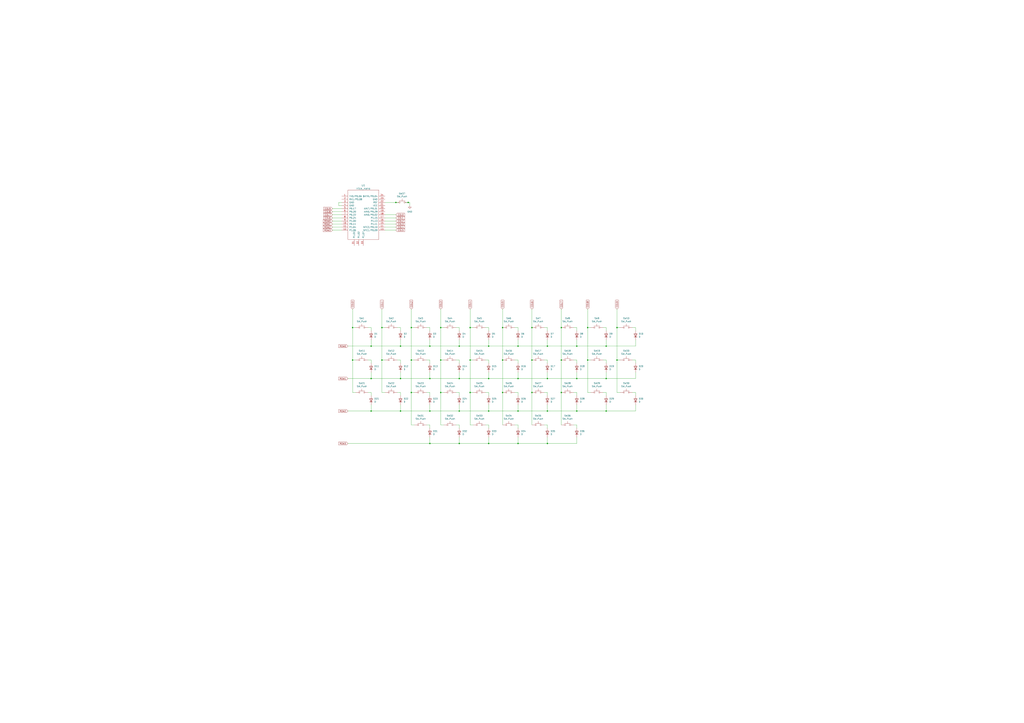
<source format=kicad_sch>
(kicad_sch (version 20231120) (generator "eeschema") (generator_version "8.0")
  (paper "A1")
  (lib_symbols
    (symbol "Device:D" (pin_numbers hide) (pin_names (offset 1.016) hide)
      (property "Reference" "D" (at 0 2.54 0))
      (property "Value" "D" (at 0 -2.54 0))
      (symbol "D_0_1"
        (polyline (pts (xy -1.27 1.27) (xy -1.27 -1.27)) (stroke (width 0.254)))
        (polyline (pts (xy 1.27 0) (xy -1.27 0)))
        (polyline (pts (xy 1.27 1.27) (xy 1.27 -1.27) (xy -1.27 0) (xy 1.27 1.27)) (stroke (width 0.254)))
      )
      (symbol "D_1_1"
        (pin passive line (at -3.81 0 0) (length 2.54) (name "K") (number "1"))
        (pin passive line (at 3.81 0 180) (length 2.54) (name "A") (number "2"))
      )
    )
    (symbol "Switch:SW_Push" (pin_numbers hide) (pin_names (offset 1.016) hide)
      (property "Reference" "SW" (at 1.27 2.54 0))
      (property "Value" "SW_Push" (at 0 -1.524 0))
      (symbol "SW_Push_0_1"
        (circle (center -2.032 0) (radius 0.508))
        (polyline (pts (xy 0 1.27) (xy 0 3.048)))
        (polyline (pts (xy 2.54 1.27) (xy -2.54 1.27)))
        (circle (center 2.032 0) (radius 0.508))
        (pin passive line (at -5.08 0 0) (length 2.54) (name "1") (number "1"))
        (pin passive line (at 5.08 0 180) (length 2.54) (name "2") (number "2"))
      )
    )
    (symbol "nice_nano:nice_nano" (pin_names (offset 1.016))
      (property "Reference" "U" (at 0 0 0))
      (property "Value" "nice_nano" (at 0 2.54 0))
      (symbol "nice_nano_0_1"
        (rectangle (start -12.7 -21.59) (end 12.7 19.05))
      )
      (symbol "nice_nano_1_1"
        (pin input line (at -17.78 13.97 0) (length 5.08) (name "TX0/P0.06") (number "1"))
        (pin input line (at -17.78 -8.89 0) (length 5.08) (name "P0.11") (number "10"))
        (pin input line (at -17.78 -11.43 0) (length 5.08) (name "P1.04") (number "11"))
        (pin input line (at -17.78 -13.97 0) (length 5.08) (name "P1.06") (number "12"))
        (pin input line (at 17.78 -13.97 180) (length 5.08) (name "NFC1/P0.09") (number "13"))
        (pin input line (at 17.78 -11.43 180) (length 5.08) (name "NFC2/P0.10") (number "14"))
        (pin input line (at 17.78 -8.89 180) (length 5.08) (name "P1.11") (number "15"))
        (pin input line (at 17.78 -6.35 180) (length 5.08) (name "P1.13") (number "16"))
        (pin input line (at 17.78 -3.81 180) (length 5.08) (name "P1.15") (number "17"))
        (pin input line (at 17.78 -1.27 180) (length 5.08) (name "AIN0/P0.02") (number "18"))
        (pin input line (at 17.78 1.27 180) (length 5.08) (name "AIN5/P0.29") (number "19"))
        (pin input line (at -17.78 11.43 0) (length 5.08) (name "RX1/P0.08") (number "2"))
        (pin input line (at 17.78 3.81 180) (length 5.08) (name "AIN7/P0.31") (number "20"))
        (pin input line (at 17.78 6.35 180) (length 5.08) (name "VCC") (number "21"))
        (pin input line (at 17.78 8.89 180) (length 5.08) (name "RST") (number "22"))
        (pin input line (at 17.78 11.43 180) (length 5.08) (name "GND") (number "23"))
        (pin input line (at 17.78 13.97 180) (length 5.08) (name "BATIN/P0.04") (number "24"))
        (pin input line (at -17.78 8.89 0) (length 5.08) (name "GND") (number "3"))
        (pin input line (at -7.62 -26.67 90) (length 5.08) (name "P1.01") (number "31"))
        (pin input line (at -3.81 -26.67 90) (length 5.08) (name "P1.02") (number "32"))
        (pin input line (at 0 -26.67 90) (length 5.08) (name "P1.07") (number "33"))
        (pin input line (at -17.78 6.35 0) (length 5.08) (name "GND") (number "4"))
        (pin input line (at -17.78 3.81 0) (length 5.08) (name "P0.17") (number "5"))
        (pin input line (at -17.78 1.27 0) (length 5.08) (name "P0.20") (number "6"))
        (pin input line (at -17.78 -1.27 0) (length 5.08) (name "P0.22") (number "7"))
        (pin input line (at -17.78 -3.81 0) (length 5.08) (name "P0.24") (number "8"))
        (pin input line (at -17.78 -6.35 0) (length 5.08) (name "P1.00") (number "9"))
      )
    )
    (symbol "power:GND" (power) (pin_numbers hide) (pin_names (offset 0) hide)
      (property "Value" "GND" (at 0 -3.81 0))
      (symbol "GND_0_1"
        (polyline (pts (xy 0 0) (xy 0 -1.27) (xy 1.27 -1.27) (xy 0 -2.54) (xy -1.27 -1.27) (xy 0 -1.27)))
      )
      (symbol "GND_1_1"
        (pin power_in line (at 0 0 270) (length 0) (name "~") (number "1"))
      )
    )
  )
  (junction (at 328.93 284.48))
  (junction (at 401.32 337.82))
  (junction (at 304.8 284.48))
  (junction (at 377.19 284.48))
  (junction (at 337.82 322.58))
  (junction (at 412.75 295.91))
  (junction (at 313.69 295.91))
  (junction (at 506.73 269.24))
  (junction (at 497.84 337.82))
  (junction (at 377.19 337.82))
  (junction (at 304.8 311.15))
  (junction (at 506.73 295.91))
  (junction (at 461.01 269.24))
  (junction (at 361.95 295.91))
  (junction (at 497.84 311.15))
  (junction (at 325.12 166.37))
  (junction (at 449.58 364.49))
  (junction (at 328.93 337.82))
  (junction (at 425.45 311.15))
  (junction (at 386.08 269.24))
  (junction (at 337.82 295.91))
  (junction (at 449.58 284.48))
  (junction (at 412.75 322.58))
  (junction (at 482.6 269.24))
  (junction (at 461.01 322.58))
  (junction (at 289.56 295.91))
  (junction (at 436.88 295.91))
  (junction (at 473.71 284.48))
  (junction (at 449.58 337.82))
  (junction (at 328.93 311.15))
  (junction (at 353.06 337.82))
  (junction (at 386.08 295.91))
  (junction (at 425.45 284.48))
  (junction (at 473.71 311.15))
  (junction (at 386.08 322.58))
  (junction (at 353.06 284.48))
  (junction (at 436.88 269.24))
  (junction (at 289.56 269.24))
  (junction (at 401.32 284.48))
  (junction (at 361.95 269.24))
  (junction (at 482.6 295.91))
  (junction (at 313.69 269.24))
  (junction (at 353.06 364.49))
  (junction (at 337.82 269.24))
  (junction (at 377.19 364.49))
  (junction (at 377.19 311.15))
  (junction (at 425.45 337.82))
  (junction (at 473.71 337.82))
  (junction (at 497.84 284.48))
  (junction (at 412.75 269.24))
  (junction (at 449.58 311.15))
  (junction (at 335.28 166.37))
  (junction (at 436.88 322.58))
  (junction (at 361.95 322.58))
  (junction (at 401.32 364.49))
  (junction (at 304.8 337.82))
  (junction (at 353.06 311.15))
  (junction (at 461.01 295.91))
  (junction (at 425.45 364.49))
  (junction (at 401.32 311.15))
  (wire (pts (xy 471.17 349.25) (xy 473.71 349.25)))
  (wire (pts (xy 425.45 295.91) (xy 425.45 298.45)))
  (wire (pts (xy 364.49 322.58) (xy 361.95 322.58)))
  (wire (pts (xy 425.45 332.74) (xy 425.45 337.82)))
  (wire (pts (xy 304.8 284.48) (xy 328.93 284.48)))
  (wire (pts (xy 313.69 295.91) (xy 313.69 322.58)))
  (wire (pts (xy 497.84 306.07) (xy 497.84 311.15)))
  (wire (pts (xy 328.93 337.82) (xy 353.06 337.82)))
  (wire (pts (xy 353.06 351.79) (xy 353.06 349.25)))
  (wire (pts (xy 377.19 311.15) (xy 401.32 311.15)))
  (wire (pts (xy 497.84 284.48) (xy 521.97 284.48)))
  (wire (pts (xy 386.08 322.58) (xy 386.08 349.25)))
  (wire (pts (xy 398.78 322.58) (xy 401.32 322.58)))
  (wire (pts (xy 506.73 295.91) (xy 506.73 322.58)))
  (wire (pts (xy 353.06 306.07) (xy 353.06 311.15)))
  (wire (pts (xy 401.32 351.79) (xy 401.32 349.25)))
  (wire (pts (xy 425.45 269.24) (xy 425.45 271.78)))
  (wire (pts (xy 377.19 332.74) (xy 377.19 337.82)))
  (wire (pts (xy 353.06 359.41) (xy 353.06 364.49)))
  (wire (pts (xy 521.97 311.15) (xy 521.97 306.07)))
  (wire (pts (xy 328.93 332.74) (xy 328.93 337.82)))
  (wire (pts (xy 473.71 306.07) (xy 473.71 311.15)))
  (wire (pts (xy 278.13 168.91) (xy 278.13 166.37)))
  (wire (pts (xy 447.04 349.25) (xy 449.58 349.25)))
  (wire (pts (xy 401.32 364.49) (xy 425.45 364.49)))
  (wire (pts (xy 473.71 311.15) (xy 497.84 311.15)))
  (wire (pts (xy 401.32 298.45) (xy 401.32 295.91)))
  (wire (pts (xy 473.71 279.4) (xy 473.71 284.48)))
  (wire (pts (xy 473.71 337.82) (xy 473.71 332.74)))
  (wire (pts (xy 482.6 295.91) (xy 482.6 322.58)))
  (wire (pts (xy 425.45 279.4) (xy 425.45 284.48)))
  (wire (pts (xy 340.36 322.58) (xy 337.82 322.58)))
  (wire (pts (xy 398.78 269.24) (xy 401.32 269.24)))
  (wire (pts (xy 497.84 332.74) (xy 497.84 337.82)))
  (wire (pts (xy 521.97 337.82) (xy 521.97 332.74)))
  (wire (pts (xy 425.45 306.07) (xy 425.45 311.15)))
  (wire (pts (xy 449.58 306.07) (xy 449.58 311.15)))
  (wire (pts (xy 473.71 284.48) (xy 497.84 284.48)))
  (wire (pts (xy 316.23 269.24) (xy 313.69 269.24)))
  (wire (pts (xy 336.55 166.37) (xy 336.55 168.91)))
  (wire (pts (xy 304.8 337.82) (xy 328.93 337.82)))
  (wire (pts (xy 401.32 279.4) (xy 401.32 284.48)))
  (wire (pts (xy 377.19 337.82) (xy 401.32 337.82)))
  (wire (pts (xy 364.49 349.25) (xy 361.95 349.25)))
  (wire (pts (xy 353.06 271.78) (xy 353.06 269.24)))
  (wire (pts (xy 304.8 325.12) (xy 304.8 322.58)))
  (wire (pts (xy 350.52 322.58) (xy 353.06 322.58)))
  (wire (pts (xy 449.58 295.91) (xy 449.58 298.45)))
  (wire (pts (xy 495.3 295.91) (xy 497.84 295.91)))
  (wire (pts (xy 388.62 349.25) (xy 386.08 349.25)))
  (wire (pts (xy 473.71 269.24) (xy 473.71 271.78)))
  (wire (pts (xy 326.39 295.91) (xy 328.93 295.91)))
  (wire (pts (xy 326.39 269.24) (xy 328.93 269.24)))
  (wire (pts (xy 388.62 295.91) (xy 386.08 295.91)))
  (wire (pts (xy 361.95 254) (xy 361.95 269.24)))
  (wire (pts (xy 482.6 254) (xy 482.6 269.24)))
  (wire (pts (xy 361.95 269.24) (xy 361.95 295.91)))
  (wire (pts (xy 506.73 254) (xy 506.73 269.24)))
  (wire (pts (xy 401.32 359.41) (xy 401.32 364.49)))
  (wire (pts (xy 364.49 269.24) (xy 361.95 269.24)))
  (wire (pts (xy 326.39 322.58) (xy 328.93 322.58)))
  (wire (pts (xy 273.05 184.15) (xy 280.67 184.15)))
  (wire (pts (xy 316.23 186.69) (xy 325.12 186.69)))
  (wire (pts (xy 353.06 311.15) (xy 377.19 311.15)))
  (wire (pts (xy 473.71 322.58) (xy 473.71 325.12)))
  (wire (pts (xy 377.19 351.79) (xy 377.19 349.25)))
  (wire (pts (xy 509.27 269.24) (xy 506.73 269.24)))
  (wire (pts (xy 506.73 295.91) (xy 509.27 295.91)))
  (wire (pts (xy 328.93 284.48) (xy 353.06 284.48)))
  (wire (pts (xy 497.84 322.58) (xy 497.84 325.12)))
  (wire (pts (xy 337.82 254) (xy 337.82 269.24)))
  (wire (pts (xy 377.19 271.78) (xy 377.19 269.24)))
  (wire (pts (xy 340.36 269.24) (xy 337.82 269.24)))
  (wire (pts (xy 285.75 311.15) (xy 304.8 311.15)))
  (wire (pts (xy 436.88 269.24) (xy 436.88 295.91)))
  (wire (pts (xy 374.65 349.25) (xy 377.19 349.25)))
  (wire (pts (xy 412.75 295.91) (xy 412.75 322.58)))
  (wire (pts (xy 519.43 295.91) (xy 521.97 295.91)))
  (wire (pts (xy 289.56 295.91) (xy 292.1 295.91)))
  (wire (pts (xy 497.84 295.91) (xy 497.84 298.45)))
  (wire (pts (xy 436.88 295.91) (xy 436.88 322.58)))
  (wire (pts (xy 482.6 322.58) (xy 485.14 322.58)))
  (wire (pts (xy 425.45 337.82) (xy 449.58 337.82)))
  (wire (pts (xy 398.78 349.25) (xy 401.32 349.25)))
  (wire (pts (xy 316.23 181.61) (xy 325.12 181.61)))
  (wire (pts (xy 273.05 189.23) (xy 280.67 189.23)))
  (wire (pts (xy 304.8 306.07) (xy 304.8 311.15)))
  (wire (pts (xy 447.04 322.58) (xy 449.58 322.58)))
  (wire (pts (xy 449.58 359.41) (xy 449.58 364.49)))
  (wire (pts (xy 337.82 322.58) (xy 337.82 349.25)))
  (wire (pts (xy 461.01 269.24) (xy 461.01 295.91)))
  (wire (pts (xy 471.17 295.91) (xy 473.71 295.91)))
  (wire (pts (xy 350.52 295.91) (xy 353.06 295.91)))
  (wire (pts (xy 337.82 269.24) (xy 337.82 295.91)))
  (wire (pts (xy 325.12 166.37) (xy 327.66 166.37)))
  (wire (pts (xy 289.56 269.24) (xy 289.56 295.91)))
  (wire (pts (xy 316.23 295.91) (xy 313.69 295.91)))
  (wire (pts (xy 316.23 189.23) (xy 325.12 189.23)))
  (wire (pts (xy 289.56 254) (xy 289.56 269.24)))
  (wire (pts (xy 398.78 295.91) (xy 401.32 295.91)))
  (wire (pts (xy 386.08 254) (xy 386.08 269.24)))
  (wire (pts (xy 273.05 186.69) (xy 280.67 186.69)))
  (wire (pts (xy 374.65 322.58) (xy 377.19 322.58)))
  (wire (pts (xy 425.45 322.58) (xy 425.45 325.12)))
  (wire (pts (xy 422.91 269.24) (xy 425.45 269.24)))
  (wire (pts (xy 328.93 279.4) (xy 328.93 284.48)))
  (wire (pts (xy 335.28 166.37) (xy 336.55 166.37)))
  (wire (pts (xy 353.06 279.4) (xy 353.06 284.48)))
  (wire (pts (xy 401.32 284.48) (xy 425.45 284.48)))
  (wire (pts (xy 436.88 254) (xy 436.88 269.24)))
  (wire (pts (xy 337.82 295.91) (xy 337.82 322.58)))
  (wire (pts (xy 497.84 337.82) (xy 521.97 337.82)))
  (wire (pts (xy 313.69 322.58) (xy 316.23 322.58)))
  (wire (pts (xy 401.32 337.82) (xy 425.45 337.82)))
  (wire (pts (xy 449.58 364.49) (xy 473.71 364.49)))
  (wire (pts (xy 377.19 359.41) (xy 377.19 364.49)))
  (wire (pts (xy 292.1 322.58) (xy 289.56 322.58)))
  (wire (pts (xy 302.26 269.24) (xy 304.8 269.24)))
  (wire (pts (xy 521.97 279.4) (xy 521.97 284.48)))
  (wire (pts (xy 401.32 332.74) (xy 401.32 337.82)))
  (wire (pts (xy 461.01 322.58) (xy 461.01 349.25)))
  (wire (pts (xy 461.01 254) (xy 461.01 269.24)))
  (wire (pts (xy 285.75 284.48) (xy 304.8 284.48)))
  (wire (pts (xy 436.88 322.58) (xy 436.88 349.25)))
  (wire (pts (xy 388.62 322.58) (xy 386.08 322.58)))
  (wire (pts (xy 412.75 269.24) (xy 412.75 295.91)))
  (wire (pts (xy 273.05 176.53) (xy 280.67 176.53)))
  (wire (pts (xy 273.05 179.07) (xy 280.67 179.07)))
  (wire (pts (xy 328.93 271.78) (xy 328.93 269.24)))
  (wire (pts (xy 473.71 295.91) (xy 473.71 298.45)))
  (wire (pts (xy 422.91 295.91) (xy 425.45 295.91)))
  (wire (pts (xy 353.06 284.48) (xy 377.19 284.48)))
  (wire (pts (xy 285.75 337.82) (xy 304.8 337.82)))
  (wire (pts (xy 388.62 269.24) (xy 386.08 269.24)))
  (wire (pts (xy 495.3 269.24) (xy 497.84 269.24)))
  (wire (pts (xy 471.17 322.58) (xy 473.71 322.58)))
  (wire (pts (xy 361.95 295.91) (xy 361.95 322.58)))
  (wire (pts (xy 364.49 295.91) (xy 361.95 295.91)))
  (wire (pts (xy 461.01 295.91) (xy 461.01 322.58)))
  (wire (pts (xy 340.36 295.91) (xy 337.82 295.91)))
  (wire (pts (xy 353.06 332.74) (xy 353.06 337.82)))
  (wire (pts (xy 353.06 325.12) (xy 353.06 322.58)))
  (wire (pts (xy 328.93 306.07) (xy 328.93 311.15)))
  (wire (pts (xy 425.45 311.15) (xy 449.58 311.15)))
  (wire (pts (xy 471.17 269.24) (xy 473.71 269.24)))
  (wire (pts (xy 519.43 322.58) (xy 521.97 322.58)))
  (wire (pts (xy 449.58 284.48) (xy 473.71 284.48)))
  (wire (pts (xy 425.45 351.79) (xy 425.45 349.25)))
  (wire (pts (xy 425.45 284.48) (xy 449.58 284.48)))
  (wire (pts (xy 449.58 279.4) (xy 449.58 284.48)))
  (wire (pts (xy 449.58 322.58) (xy 449.58 325.12)))
  (wire (pts (xy 340.36 349.25) (xy 337.82 349.25)))
  (wire (pts (xy 304.8 284.48) (xy 304.8 279.4)))
  (wire (pts (xy 412.75 322.58) (xy 412.75 349.25)))
  (wire (pts (xy 497.84 337.82) (xy 473.71 337.82)))
  (wire (pts (xy 447.04 295.91) (xy 449.58 295.91)))
  (wire (pts (xy 377.19 364.49) (xy 401.32 364.49)))
  (wire (pts (xy 401.32 325.12) (xy 401.32 322.58)))
  (wire (pts (xy 353.06 298.45) (xy 353.06 295.91)))
  (wire (pts (xy 273.05 171.45) (xy 280.67 171.45)))
  (wire (pts (xy 447.04 269.24) (xy 449.58 269.24)))
  (wire (pts (xy 497.84 311.15) (xy 521.97 311.15)))
  (wire (pts (xy 521.97 322.58) (xy 521.97 325.12)))
  (wire (pts (xy 425.45 364.49) (xy 449.58 364.49)))
  (wire (pts (xy 332.74 166.37) (xy 335.28 166.37)))
  (wire (pts (xy 374.65 295.91) (xy 377.19 295.91)))
  (wire (pts (xy 422.91 322.58) (xy 425.45 322.58)))
  (wire (pts (xy 302.26 322.58) (xy 304.8 322.58)))
  (wire (pts (xy 485.14 269.24) (xy 482.6 269.24)))
  (wire (pts (xy 449.58 332.74) (xy 449.58 337.82)))
  (wire (pts (xy 316.23 184.15) (xy 325.12 184.15)))
  (wire (pts (xy 273.05 173.99) (xy 280.67 173.99)))
  (wire (pts (xy 521.97 295.91) (xy 521.97 298.45)))
  (wire (pts (xy 506.73 269.24) (xy 506.73 295.91)))
  (wire (pts (xy 285.75 364.49) (xy 353.06 364.49)))
  (wire (pts (xy 289.56 269.24) (xy 292.1 269.24)))
  (wire (pts (xy 497.84 279.4) (xy 497.84 284.48)))
  (wire (pts (xy 313.69 254) (xy 313.69 269.24)))
  (wire (pts (xy 353.06 364.49) (xy 377.19 364.49)))
  (wire (pts (xy 482.6 269.24) (xy 482.6 295.91)))
  (wire (pts (xy 304.8 311.15) (xy 328.93 311.15)))
  (wire (pts (xy 278.13 166.37) (xy 280.67 166.37)))
  (wire (pts (xy 473.71 364.49) (xy 473.71 359.41)))
  (wire (pts (xy 377.19 279.4) (xy 377.19 284.48)))
  (wire (pts (xy 497.84 269.24) (xy 497.84 271.78)))
  (wire (pts (xy 449.58 351.79) (xy 449.58 349.25)))
  (wire (pts (xy 473.71 337.82) (xy 449.58 337.82)))
  (wire (pts (xy 304.8 332.74) (xy 304.8 337.82)))
  (wire (pts (xy 521.97 269.24) (xy 521.97 271.78)))
  (wire (pts (xy 412.75 254) (xy 412.75 269.24)))
  (wire (pts (xy 495.3 322.58) (xy 497.84 322.58)))
  (wire (pts (xy 401.32 271.78) (xy 401.32 269.24)))
  (wire (pts (xy 482.6 295.91) (xy 485.14 295.91)))
  (wire (pts (xy 377.19 298.45) (xy 377.19 295.91)))
  (wire (pts (xy 328.93 325.12) (xy 328.93 322.58)))
  (wire (pts (xy 377.19 306.07) (xy 377.19 311.15)))
  (wire (pts (xy 361.95 322.58) (xy 361.95 349.25)))
  (wire (pts (xy 316.23 179.07) (xy 325.12 179.07)))
  (wire (pts (xy 374.65 269.24) (xy 377.19 269.24)))
  (wire (pts (xy 401.32 306.07) (xy 401.32 311.15)))
  (wire (pts (xy 473.71 351.79) (xy 473.71 349.25)))
  (wire (pts (xy 422.91 349.25) (xy 425.45 349.25)))
  (wire (pts (xy 304.8 271.78) (xy 304.8 269.24)))
  (wire (pts (xy 386.08 269.24) (xy 386.08 295.91)))
  (wire (pts (xy 273.05 181.61) (xy 280.67 181.61)))
  (wire (pts (xy 386.08 295.91) (xy 386.08 322.58)))
  (wire (pts (xy 313.69 269.24) (xy 313.69 295.91)))
  (wire (pts (xy 506.73 322.58) (xy 509.27 322.58)))
  (wire (pts (xy 304.8 298.45) (xy 304.8 295.91)))
  (wire (pts (xy 401.32 311.15) (xy 425.45 311.15)))
  (wire (pts (xy 425.45 359.41) (xy 425.45 364.49)))
  (wire (pts (xy 280.67 168.91) (xy 278.13 168.91)))
  (wire (pts (xy 449.58 311.15) (xy 473.71 311.15)))
  (wire (pts (xy 289.56 295.91) (xy 289.56 322.58)))
  (wire (pts (xy 316.23 166.37) (xy 325.12 166.37)))
  (wire (pts (xy 302.26 295.91) (xy 304.8 295.91)))
  (wire (pts (xy 316.23 176.53) (xy 325.12 176.53)))
  (wire (pts (xy 353.06 337.82) (xy 377.19 337.82)))
  (wire (pts (xy 350.52 269.24) (xy 353.06 269.24)))
  (wire (pts (xy 350.52 349.25) (xy 353.06 349.25)))
  (wire (pts (xy 328.93 298.45) (xy 328.93 295.91)))
  (wire (pts (xy 328.93 311.15) (xy 353.06 311.15)))
  (wire (pts (xy 377.19 284.48) (xy 401.32 284.48)))
  (wire (pts (xy 519.43 269.24) (xy 521.97 269.24)))
  (wire (pts (xy 377.19 325.12) (xy 377.19 322.58)))
  (wire (pts (xy 449.58 269.24) (xy 449.58 271.78)))
  (global_label "COL6" (shape input) (at 436.88 254 90) (property "Intersheetrefs" "${INTERSHEET_REFS}" (effects (hide yes))))
  (global_label "ROW1" (shape input) (at 273.05 184.15 180) (property "Intersheetrefs" "${INTERSHEET_REFS}" (effects (hide yes))))
  (global_label "COL3" (shape input) (at 361.95 254 90) (property "Intersheetrefs" "${INTERSHEET_REFS}" (effects (hide yes))))
  (global_label "COL1" (shape input) (at 325.12 179.07 0) (property "Intersheetrefs" "${INTERSHEET_REFS}" (effects (hide yes))))
  (global_label "COL5" (shape input) (at 412.75 254 90) (property "Intersheetrefs" "${INTERSHEET_REFS}" (effects (hide yes))))
  (global_label "COL9" (shape input) (at 506.73 254 90) (property "Intersheetrefs" "${INTERSHEET_REFS}" (effects (hide yes))))
  (global_label "COL4" (shape input) (at 325.12 186.69 0) (property "Intersheetrefs" "${INTERSHEET_REFS}" (effects (hide yes))))
  (global_label "COL5" (shape input) (at 325.12 189.23 0) (property "Intersheetrefs" "${INTERSHEET_REFS}" (effects (hide yes))))
  (global_label "COL0" (shape input) (at 325.12 176.53 0) (property "Intersheetrefs" "${INTERSHEET_REFS}" (effects (hide yes))))
  (global_label "COL7" (shape input) (at 461.01 254 90) (property "Intersheetrefs" "${INTERSHEET_REFS}" (effects (hide yes))))
  (global_label "ROW0" (shape input) (at 285.75 284.48 180) (property "Intersheetrefs" "${INTERSHEET_REFS}" (effects (hide yes))))
  (global_label "ROW2" (shape input) (at 285.75 337.82 180) (property "Intersheetrefs" "${INTERSHEET_REFS}" (effects (hide yes))))
  (global_label "ROW0" (shape input) (at 273.05 181.61 180) (property "Intersheetrefs" "${INTERSHEET_REFS}" (effects (hide yes))))
  (global_label "COL3" (shape input) (at 325.12 184.15 0) (property "Intersheetrefs" "${INTERSHEET_REFS}" (effects (hide yes))))
  (global_label "COL6" (shape input) (at 273.05 179.07 180) (property "Intersheetrefs" "${INTERSHEET_REFS}" (effects (hide yes))))
  (global_label "ROW3" (shape input) (at 273.05 189.23 180) (property "Intersheetrefs" "${INTERSHEET_REFS}" (effects (hide yes))))
  (global_label "COL7" (shape input) (at 273.05 176.53 180) (property "Intersheetrefs" "${INTERSHEET_REFS}" (effects (hide yes))))
  (global_label "COL4" (shape input) (at 386.08 254 90) (property "Intersheetrefs" "${INTERSHEET_REFS}" (effects (hide yes))))
  (global_label "COL2" (shape input) (at 325.12 181.61 0) (property "Intersheetrefs" "${INTERSHEET_REFS}" (effects (hide yes))))
  (global_label "ROW1" (shape input) (at 285.75 311.15 180) (property "Intersheetrefs" "${INTERSHEET_REFS}" (effects (hide yes))))
  (global_label "ROW3" (shape input) (at 285.75 364.49 180) (property "Intersheetrefs" "${INTERSHEET_REFS}" (effects (hide yes))))
  (global_label "COL8" (shape input) (at 273.05 173.99 180) (property "Intersheetrefs" "${INTERSHEET_REFS}" (effects (hide yes))))
  (global_label "COL9" (shape input) (at 273.05 171.45 180) (property "Intersheetrefs" "${INTERSHEET_REFS}" (effects (hide yes))))
  (global_label "ROW2" (shape input) (at 273.05 186.69 180) (property "Intersheetrefs" "${INTERSHEET_REFS}" (effects (hide yes))))
  (global_label "COL8" (shape input) (at 482.6 254 90) (property "Intersheetrefs" "${INTERSHEET_REFS}" (effects (hide yes))))
  (global_label "COL0" (shape input) (at 289.56 254 90) (property "Intersheetrefs" "${INTERSHEET_REFS}" (effects (hide yes))))
  (global_label "COL1" (shape input) (at 313.69 254 90) (property "Intersheetrefs" "${INTERSHEET_REFS}" (effects (hide yes))))
  (global_label "COL2" (shape input) (at 337.82 254 90) (property "Intersheetrefs" "${INTERSHEET_REFS}" (effects (hide yes))))
  (symbol (lib_id "Switch:SW_Push") (at 466.09 295.91 0) (unit 1)
    (property "Reference" "SW18" (at 466.09 288.29 0))
    (property "Value" "SW_Push" (at 466.09 290.83 0))
    (property "Footprint" "Switch_Keyboard_Hotswap_Kailh:SW_Hotswap_Kailh_MX_1.00u" (effects (hide yes)))
    (property "Description" "Push button switch, generic, two pins" (effects (hide yes)))
  )
  (symbol (lib_id "Switch:SW_Push") (at 466.09 269.24 0) (unit 1)
    (property "Reference" "SW8" (at 466.09 261.62 0))
    (property "Value" "SW_Push" (at 466.09 264.16 0))
    (property "Footprint" "Switch_Keyboard_Hotswap_Kailh:SW_Hotswap_Kailh_MX_1.00u" (effects (hide yes)))
    (property "Description" "Push button switch, generic, two pins" (effects (hide yes)))
  )
  (symbol (lib_id "Device:D") (at 328.93 328.93 90) (unit 1)
    (property "Reference" "D22" (at 331.47 327.6599 90) (effects (justify right)))
    (property "Value" "D" (at 331.47 330.1999 90) (effects (justify right)))
    (property "Footprint" "Diode_SMD:D_SOD-123" (effects (hide yes)))
    (property "Description" "Diode" (effects (hide yes)))
    (property "Sim.Device" "D" (effects (hide yes)))
    (property "Sim.Pins" "1=K 2=A" (effects (hide yes)))
  )
  (symbol (lib_id "Device:D") (at 377.19 302.26 90) (unit 1)
    (property "Reference" "D14" (at 379.73 300.9899 90) (effects (justify right)))
    (property "Value" "D" (at 379.73 303.5299 90) (effects (justify right)))
    (property "Footprint" "Diode_SMD:D_SOD-123" (effects (hide yes)))
    (property "Description" "Diode" (effects (hide yes)))
    (property "Sim.Device" "D" (effects (hide yes)))
    (property "Sim.Pins" "1=K 2=A" (effects (hide yes)))
  )
  (symbol (lib_id "Switch:SW_Push") (at 417.83 269.24 0) (unit 1)
    (property "Reference" "SW6" (at 417.83 261.62 0))
    (property "Value" "SW_Push" (at 417.83 264.16 0))
    (property "Footprint" "Switch_Keyboard_Hotswap_Kailh:SW_Hotswap_Kailh_MX_1.00u" (effects (hide yes)))
    (property "Description" "Push button switch, generic, two pins" (effects (hide yes)))
  )
  (symbol (lib_id "Switch:SW_Push") (at 345.44 349.25 0) (unit 1)
    (property "Reference" "SW31" (at 345.44 341.63 0))
    (property "Value" "SW_Push" (at 345.44 344.17 0))
    (property "Footprint" "Switch_Keyboard_Hotswap_Kailh:SW_Hotswap_Kailh_MX_1.00u" (effects (hide yes)))
    (property "Description" "Push button switch, generic, two pins" (effects (hide yes)))
  )
  (symbol (lib_id "nice_nano:nice_nano") (at 298.45 175.26 0) (unit 1)
    (property "Reference" "U1" (at 298.45 152.4 0) (effects (font (size 1.524 1.524))))
    (property "Value" "nice_nano" (at 298.45 154.94 0) (effects (font (size 1.524 1.524))))
    (property "Footprint" "Keebio-Parts:Elite-C" (effects (hide yes)))
  )
  (symbol (lib_id "Device:D") (at 353.06 328.93 90) (unit 1)
    (property "Reference" "D23" (at 355.6 327.6599 90) (effects (justify right)))
    (property "Value" "D" (at 355.6 330.1999 90) (effects (justify right)))
    (property "Footprint" "Diode_SMD:D_SOD-123" (effects (hide yes)))
    (property "Description" "Diode" (effects (hide yes)))
    (property "Sim.Device" "D" (effects (hide yes)))
    (property "Sim.Pins" "1=K 2=A" (effects (hide yes)))
  )
  (symbol (lib_id "Switch:SW_Push") (at 345.44 295.91 0) (unit 1)
    (property "Reference" "SW13" (at 345.44 288.29 0))
    (property "Value" "SW_Push" (at 345.44 290.83 0))
    (property "Footprint" "Switch_Keyboard_Hotswap_Kailh:SW_Hotswap_Kailh_MX_1.00u" (effects (hide yes)))
    (property "Description" "Push button switch, generic, two pins" (effects (hide yes)))
  )
  (symbol (lib_id "Switch:SW_Push") (at 321.31 295.91 0) (unit 1)
    (property "Reference" "SW12" (at 321.31 288.29 0))
    (property "Value" "SW_Push" (at 321.31 290.83 0))
    (property "Footprint" "Switch_Keyboard_Hotswap_Kailh:SW_Hotswap_Kailh_MX_1.00u" (effects (hide yes)))
    (property "Description" "Push button switch, generic, two pins" (effects (hide yes)))
  )
  (symbol (lib_id "Switch:SW_Push") (at 393.7 349.25 0) (unit 1)
    (property "Reference" "SW33" (at 393.7 341.63 0))
    (property "Value" "SW_Push" (at 393.7 344.17 0))
    (property "Footprint" "Switch_Keyboard_Hotswap_Kailh:SW_Hotswap_Kailh_MX_1.00u" (effects (hide yes)))
    (property "Description" "Push button switch, generic, two pins" (effects (hide yes)))
  )
  (symbol (lib_id "Switch:SW_Push") (at 490.22 295.91 0) (unit 1)
    (property "Reference" "SW19" (at 490.22 288.29 0))
    (property "Value" "SW_Push" (at 490.22 290.83 0))
    (property "Footprint" "Switch_Keyboard_Hotswap_Kailh:SW_Hotswap_Kailh_MX_1.00u" (effects (hide yes)))
    (property "Description" "Push button switch, generic, two pins" (effects (hide yes)))
  )
  (symbol (lib_id "Switch:SW_Push") (at 466.09 349.25 0) (unit 1)
    (property "Reference" "SW36" (at 466.09 341.63 0))
    (property "Value" "SW_Push" (at 466.09 344.17 0))
    (property "Footprint" "Switch_Keyboard_Hotswap_Kailh:SW_Hotswap_Kailh_MX_1.00u" (effects (hide yes)))
    (property "Description" "Push button switch, generic, two pins" (effects (hide yes)))
  )
  (symbol (lib_id "Device:D") (at 401.32 355.6 90) (unit 1)
    (property "Reference" "D33" (at 403.86 354.3299 90) (effects (justify right)))
    (property "Value" "D" (at 403.86 356.8699 90) (effects (justify right)))
    (property "Footprint" "Diode_SMD:D_SOD-123" (effects (hide yes)))
    (property "Description" "Diode" (effects (hide yes)))
    (property "Sim.Device" "D" (effects (hide yes)))
    (property "Sim.Pins" "1=K 2=A" (effects (hide yes)))
  )
  (symbol (lib_id "Device:D") (at 353.06 302.26 90) (unit 1)
    (property "Reference" "D13" (at 355.6 300.9899 90) (effects (justify right)))
    (property "Value" "D" (at 355.6 303.5299 90) (effects (justify right)))
    (property "Footprint" "Diode_SMD:D_SOD-123" (effects (hide yes)))
    (property "Description" "Diode" (effects (hide yes)))
    (property "Sim.Device" "D" (effects (hide yes)))
    (property "Sim.Pins" "1=K 2=A" (effects (hide yes)))
  )
  (symbol (lib_id "Switch:SW_Push") (at 321.31 269.24 0) (unit 1)
    (property "Reference" "SW2" (at 321.31 261.62 0))
    (property "Value" "SW_Push" (at 321.31 264.16 0))
    (property "Footprint" "Switch_Keyboard_Hotswap_Kailh:SW_Hotswap_Kailh_MX_1.00u" (effects (hide yes)))
    (property "Description" "Push button switch, generic, two pins" (effects (hide yes)))
  )
  (symbol (lib_id "Switch:SW_Push") (at 369.57 295.91 0) (unit 1)
    (property "Reference" "SW14" (at 369.57 288.29 0))
    (property "Value" "SW_Push" (at 369.57 290.83 0))
    (property "Footprint" "Switch_Keyboard_Hotswap_Kailh:SW_Hotswap_Kailh_MX_1.00u" (effects (hide yes)))
    (property "Description" "Push button switch, generic, two pins" (effects (hide yes)))
  )
  (symbol (lib_id "Device:D") (at 425.45 302.26 90) (unit 1)
    (property "Reference" "D16" (at 427.99 300.9899 90) (effects (justify right)))
    (property "Value" "D" (at 427.99 303.5299 90) (effects (justify right)))
    (property "Footprint" "Diode_SMD:D_SOD-123" (effects (hide yes)))
    (property "Description" "Diode" (effects (hide yes)))
    (property "Sim.Device" "D" (effects (hide yes)))
    (property "Sim.Pins" "1=K 2=A" (effects (hide yes)))
  )
  (symbol (lib_id "Switch:SW_Push") (at 369.57 322.58 0) (unit 1)
    (property "Reference" "SW24" (at 369.57 314.96 0))
    (property "Value" "SW_Push" (at 369.57 317.5 0))
    (property "Footprint" "Switch_Keyboard_Hotswap_Kailh:SW_Hotswap_Kailh_MX_1.00u" (effects (hide yes)))
    (property "Description" "Push button switch, generic, two pins" (effects (hide yes)))
  )
  (symbol (lib_id "Switch:SW_Push") (at 441.96 269.24 0) (unit 1)
    (property "Reference" "SW7" (at 441.96 261.62 0))
    (property "Value" "SW_Push" (at 441.96 264.16 0))
    (property "Footprint" "Switch_Keyboard_Hotswap_Kailh:SW_Hotswap_Kailh_MX_1.00u" (effects (hide yes)))
    (property "Description" "Push button switch, generic, two pins" (effects (hide yes)))
  )
  (symbol (lib_id "Device:D") (at 521.97 275.59 90) (unit 1)
    (property "Reference" "D10" (at 524.51 274.3199 90) (effects (justify right)))
    (property "Value" "D" (at 524.51 276.8599 90) (effects (justify right)))
    (property "Footprint" "Diode_SMD:D_SOD-123" (effects (hide yes)))
    (property "Description" "Diode" (effects (hide yes)))
    (property "Sim.Device" "D" (effects (hide yes)))
    (property "Sim.Pins" "1=K 2=A" (effects (hide yes)))
  )
  (symbol (lib_id "Switch:SW_Push") (at 514.35 295.91 0) (unit 1)
    (property "Reference" "SW20" (at 514.35 288.29 0))
    (property "Value" "SW_Push" (at 514.35 290.83 0))
    (property "Footprint" "Switch_Keyboard_Hotswap_Kailh:SW_Hotswap_Kailh_MX_1.00u" (effects (hide yes)))
    (property "Description" "Push button switch, generic, two pins" (effects (hide yes)))
  )
  (symbol (lib_id "Device:D") (at 521.97 328.93 90) (unit 1)
    (property "Reference" "D30" (at 524.51 327.6599 90) (effects (justify right)))
    (property "Value" "D" (at 524.51 330.1999 90) (effects (justify right)))
    (property "Footprint" "Diode_SMD:D_SOD-123" (effects (hide yes)))
    (property "Description" "Diode" (effects (hide yes)))
    (property "Sim.Device" "D" (effects (hide yes)))
    (property "Sim.Pins" "1=K 2=A" (effects (hide yes)))
  )
  (symbol (lib_id "Switch:SW_Push") (at 393.7 295.91 0) (unit 1)
    (property "Reference" "SW15" (at 393.7 288.29 0))
    (property "Value" "SW_Push" (at 393.7 290.83 0))
    (property "Footprint" "Switch_Keyboard_Hotswap_Kailh:SW_Hotswap_Kailh_MX_1.00u" (effects (hide yes)))
    (property "Description" "Push button switch, generic, two pins" (effects (hide yes)))
  )
  (symbol (lib_id "Switch:SW_Push") (at 417.83 295.91 0) (unit 1)
    (property "Reference" "SW16" (at 417.83 288.29 0))
    (property "Value" "SW_Push" (at 417.83 290.83 0))
    (property "Footprint" "Switch_Keyboard_Hotswap_Kailh:SW_Hotswap_Kailh_MX_1.00u" (effects (hide yes)))
    (property "Description" "Push button switch, generic, two pins" (effects (hide yes)))
  )
  (symbol (lib_id "Switch:SW_Push") (at 393.7 269.24 0) (unit 1)
    (property "Reference" "SW5" (at 393.7 261.62 0))
    (property "Value" "SW_Push" (at 393.7 264.16 0))
    (property "Footprint" "Switch_Keyboard_Hotswap_Kailh:SW_Hotswap_Kailh_MX_1.00u" (effects (hide yes)))
    (property "Description" "Push button switch, generic, two pins" (effects (hide yes)))
  )
  (symbol (lib_id "Switch:SW_Push") (at 441.96 349.25 0) (unit 1)
    (property "Reference" "SW35" (at 441.96 341.63 0))
    (property "Value" "SW_Push" (at 441.96 344.17 0))
    (property "Footprint" "Switch_Keyboard_Hotswap_Kailh:SW_Hotswap_Kailh_MX_1.00u" (effects (hide yes)))
    (property "Description" "Push button switch, generic, two pins" (effects (hide yes)))
  )
  (symbol (lib_id "Device:D") (at 401.32 328.93 90) (unit 1)
    (property "Reference" "D25" (at 403.86 327.6599 90) (effects (justify right)))
    (property "Value" "D" (at 403.86 330.1999 90) (effects (justify right)))
    (property "Footprint" "Diode_SMD:D_SOD-123" (effects (hide yes)))
    (property "Description" "Diode" (effects (hide yes)))
    (property "Sim.Device" "D" (effects (hide yes)))
    (property "Sim.Pins" "1=K 2=A" (effects (hide yes)))
  )
  (symbol (lib_id "Device:D") (at 425.45 355.6 90) (unit 1)
    (property "Reference" "D34" (at 427.99 354.3299 90) (effects (justify right)))
    (property "Value" "D" (at 427.99 356.8699 90) (effects (justify right)))
    (property "Footprint" "Diode_SMD:D_SOD-123" (effects (hide yes)))
    (property "Description" "Diode" (effects (hide yes)))
    (property "Sim.Device" "D" (effects (hide yes)))
    (property "Sim.Pins" "1=K 2=A" (effects (hide yes)))
  )
  (symbol (lib_id "Switch:SW_Push") (at 466.09 322.58 0) (unit 1)
    (property "Reference" "SW28" (at 466.09 314.96 0))
    (property "Value" "SW_Push" (at 466.09 317.5 0))
    (property "Footprint" "Switch_Keyboard_Hotswap_Kailh:SW_Hotswap_Kailh_MX_1.00u" (effects (hide yes)))
    (property "Description" "Push button switch, generic, two pins" (effects (hide yes)))
  )
  (symbol (lib_id "Switch:SW_Push") (at 441.96 322.58 0) (unit 1)
    (property "Reference" "SW27" (at 441.96 314.96 0))
    (property "Value" "SW_Push" (at 441.96 317.5 0))
    (property "Footprint" "Switch_Keyboard_Hotswap_Kailh:SW_Hotswap_Kailh_MX_1.00u" (effects (hide yes)))
    (property "Description" "Push button switch, generic, two pins" (effects (hide yes)))
  )
  (symbol (lib_id "Switch:SW_Push") (at 369.57 349.25 0) (unit 1)
    (property "Reference" "SW32" (at 369.57 341.63 0))
    (property "Value" "SW_Push" (at 369.57 344.17 0))
    (property "Footprint" "Switch_Keyboard_Hotswap_Kailh:SW_Hotswap_Kailh_MX_1.00u" (effects (hide yes)))
    (property "Description" "Push button switch, generic, two pins" (effects (hide yes)))
  )
  (symbol (lib_id "Device:D") (at 401.32 302.26 90) (unit 1)
    (property "Reference" "D15" (at 403.86 300.9899 90) (effects (justify right)))
    (property "Value" "D" (at 403.86 303.5299 90) (effects (justify right)))
    (property "Footprint" "Diode_SMD:D_SOD-123" (effects (hide yes)))
    (property "Description" "Diode" (effects (hide yes)))
    (property "Sim.Device" "D" (effects (hide yes)))
    (property "Sim.Pins" "1=K 2=A" (effects (hide yes)))
  )
  (symbol (lib_id "Switch:SW_Push") (at 490.22 269.24 0) (unit 1)
    (property "Reference" "SW9" (at 490.22 261.62 0))
    (property "Value" "SW_Push" (at 490.22 264.16 0))
    (property "Footprint" "Switch_Keyboard_Hotswap_Kailh:SW_Hotswap_Kailh_MX_1.00u" (effects (hide yes)))
    (property "Description" "Push button switch, generic, two pins" (effects (hide yes)))
  )
  (symbol (lib_id "Device:D") (at 425.45 328.93 90) (unit 1)
    (property "Reference" "D26" (at 427.99 327.6599 90) (effects (justify right)))
    (property "Value" "D" (at 427.99 330.1999 90) (effects (justify right)))
    (property "Footprint" "Diode_SMD:D_SOD-123" (effects (hide yes)))
    (property "Description" "Diode" (effects (hide yes)))
    (property "Sim.Device" "D" (effects (hide yes)))
    (property "Sim.Pins" "1=K 2=A" (effects (hide yes)))
  )
  (symbol (lib_id "Device:D") (at 449.58 302.26 90) (unit 1)
    (property "Reference" "D17" (at 452.12 300.9899 90) (effects (justify right)))
    (property "Value" "D" (at 452.12 303.5299 90) (effects (justify right)))
    (property "Footprint" "Diode_SMD:D_SOD-123" (effects (hide yes)))
    (property "Description" "Diode" (effects (hide yes)))
    (property "Sim.Device" "D" (effects (hide yes)))
    (property "Sim.Pins" "1=K 2=A" (effects (hide yes)))
  )
  (symbol (lib_id "Device:D") (at 473.71 302.26 90) (unit 1)
    (property "Reference" "D18" (at 476.25 300.9899 90) (effects (justify right)))
    (property "Value" "D" (at 476.25 303.5299 90) (effects (justify right)))
    (property "Footprint" "Diode_SMD:D_SOD-123" (effects (hide yes)))
    (property "Description" "Diode" (effects (hide yes)))
    (property "Sim.Device" "D" (effects (hide yes)))
    (property "Sim.Pins" "1=K 2=A" (effects (hide yes)))
  )
  (symbol (lib_id "Device:D") (at 377.19 275.59 90) (unit 1)
    (property "Reference" "D4" (at 379.73 274.3199 90) (effects (justify right)))
    (property "Value" "D" (at 379.73 276.8599 90) (effects (justify right)))
    (property "Footprint" "Diode_SMD:D_SOD-123" (effects (hide yes)))
    (property "Description" "Diode" (effects (hide yes)))
    (property "Sim.Device" "D" (effects (hide yes)))
    (property "Sim.Pins" "1=K 2=A" (effects (hide yes)))
  )
  (symbol (lib_id "Switch:SW_Push") (at 417.83 322.58 0) (unit 1)
    (property "Reference" "SW26" (at 417.83 314.96 0))
    (property "Value" "SW_Push" (at 417.83 317.5 0))
    (property "Footprint" "Switch_Keyboard_Hotswap_Kailh:SW_Hotswap_Kailh_MX_1.00u" (effects (hide yes)))
    (property "Description" "Push button switch, generic, two pins" (effects (hide yes)))
  )
  (symbol (lib_id "Device:D") (at 473.71 328.93 90) (unit 1)
    (property "Reference" "D28" (at 476.25 327.6599 90) (effects (justify right)))
    (property "Value" "D" (at 476.25 330.1999 90) (effects (justify right)))
    (property "Footprint" "Diode_SMD:D_SOD-123" (effects (hide yes)))
    (property "Description" "Diode" (effects (hide yes)))
    (property "Sim.Device" "D" (effects (hide yes)))
    (property "Sim.Pins" "1=K 2=A" (effects (hide yes)))
  )
  (symbol (lib_id "Device:D") (at 377.19 355.6 90) (unit 1)
    (property "Reference" "D32" (at 379.73 354.3299 90) (effects (justify right)))
    (property "Value" "D" (at 379.73 356.8699 90) (effects (justify right)))
    (property "Footprint" "Diode_SMD:D_SOD-123" (effects (hide yes)))
    (property "Description" "Diode" (effects (hide yes)))
    (property "Sim.Device" "D" (effects (hide yes)))
    (property "Sim.Pins" "1=K 2=A" (effects (hide yes)))
  )
  (symbol (lib_id "Switch:SW_Push") (at 417.83 349.25 0) (unit 1)
    (property "Reference" "SW34" (at 417.83 341.63 0))
    (property "Value" "SW_Push" (at 417.83 344.17 0))
    (property "Footprint" "Switch_Keyboard_Hotswap_Kailh:SW_Hotswap_Kailh_MX_1.00u" (effects (hide yes)))
    (property "Description" "Push button switch, generic, two pins" (effects (hide yes)))
  )
  (symbol (lib_id "Device:D") (at 304.8 328.93 90) (unit 1)
    (property "Reference" "D21" (at 307.34 327.6599 90) (effects (justify right)))
    (property "Value" "D" (at 307.34 330.1999 90) (effects (justify right)))
    (property "Footprint" "Diode_SMD:D_SOD-123" (effects (hide yes)))
    (property "Description" "Diode" (effects (hide yes)))
    (property "Sim.Device" "D" (effects (hide yes)))
    (property "Sim.Pins" "1=K 2=A" (effects (hide yes)))
  )
  (symbol (lib_id "Device:D") (at 401.32 275.59 90) (unit 1)
    (property "Reference" "D5" (at 403.86 274.3199 90) (effects (justify right)))
    (property "Value" "D" (at 403.86 276.8599 90) (effects (justify right)))
    (property "Footprint" "Diode_SMD:D_SOD-123" (effects (hide yes)))
    (property "Description" "Diode" (effects (hide yes)))
    (property "Sim.Device" "D" (effects (hide yes)))
    (property "Sim.Pins" "1=K 2=A" (effects (hide yes)))
  )
  (symbol (lib_id "power:GND") (at 336.55 168.91 0) (unit 1)
    (property "Reference" "#PWR01" (effects (hide yes)))
    (property "Value" "GND" (at 336.55 173.99 0))
    (property "Description" "Power symbol creates a global label with name \"GND\" , ground" (effects (hide yes)))
  )
  (symbol (lib_id "Switch:SW_Push") (at 330.2 166.37 0) (unit 1)
    (property "Reference" "SW37" (at 330.2 159.131 0))
    (property "Value" "SW_Push" (at 330.2 161.4424 0))
    (property "Footprint" "Keebio-Parts:SW_SPST_3x3" (effects (hide yes)))
  )
  (symbol (lib_id "Device:D") (at 353.06 355.6 90) (unit 1)
    (property "Reference" "D31" (at 355.6 354.3299 90) (effects (justify right)))
    (property "Value" "D" (at 355.6 356.8699 90) (effects (justify right)))
    (property "Footprint" "Diode_SMD:D_SOD-123" (effects (hide yes)))
    (property "Description" "Diode" (effects (hide yes)))
    (property "Sim.Device" "D" (effects (hide yes)))
    (property "Sim.Pins" "1=K 2=A" (effects (hide yes)))
  )
  (symbol (lib_id "Switch:SW_Push") (at 441.96 295.91 0) (unit 1)
    (property "Reference" "SW17" (at 441.96 288.29 0))
    (property "Value" "SW_Push" (at 441.96 290.83 0))
    (property "Footprint" "Switch_Keyboard_Hotswap_Kailh:SW_Hotswap_Kailh_MX_1.00u" (effects (hide yes)))
    (property "Description" "Push button switch, generic, two pins" (effects (hide yes)))
  )
  (symbol (lib_id "Switch:SW_Push") (at 345.44 269.24 0) (unit 1)
    (property "Reference" "SW3" (at 345.44 261.62 0))
    (property "Value" "SW_Push" (at 345.44 264.16 0))
    (property "Footprint" "Switch_Keyboard_Hotswap_Kailh:SW_Hotswap_Kailh_MX_1.00u" (effects (hide yes)))
    (property "Description" "Push button switch, generic, two pins" (effects (hide yes)))
  )
  (symbol (lib_id "Switch:SW_Push") (at 369.57 269.24 0) (unit 1)
    (property "Reference" "SW4" (at 369.57 261.62 0))
    (property "Value" "SW_Push" (at 369.57 264.16 0))
    (property "Footprint" "Switch_Keyboard_Hotswap_Kailh:SW_Hotswap_Kailh_MX_1.00u" (effects (hide yes)))
    (property "Description" "Push button switch, generic, two pins" (effects (hide yes)))
  )
  (symbol (lib_id "Device:D") (at 304.8 302.26 90) (unit 1)
    (property "Reference" "D11" (at 307.34 300.9899 90) (effects (justify right)))
    (property "Value" "D" (at 307.34 303.5299 90) (effects (justify right)))
    (property "Footprint" "Diode_SMD:D_SOD-123" (effects (hide yes)))
    (property "Description" "Diode" (effects (hide yes)))
    (property "Sim.Device" "D" (effects (hide yes)))
    (property "Sim.Pins" "1=K 2=A" (effects (hide yes)))
  )
  (symbol (lib_id "Device:D") (at 497.84 302.26 90) (unit 1)
    (property "Reference" "D19" (at 500.38 300.9899 90) (effects (justify right)))
    (property "Value" "D" (at 500.38 303.5299 90) (effects (justify right)))
    (property "Footprint" "Diode_SMD:D_SOD-123" (effects (hide yes)))
    (property "Description" "Diode" (effects (hide yes)))
    (property "Sim.Device" "D" (effects (hide yes)))
    (property "Sim.Pins" "1=K 2=A" (effects (hide yes)))
  )
  (symbol (lib_id "Device:D") (at 497.84 275.59 90) (unit 1)
    (property "Reference" "D9" (at 500.38 274.3199 90) (effects (justify right)))
    (property "Value" "D" (at 500.38 276.8599 90) (effects (justify right)))
    (property "Footprint" "Diode_SMD:D_SOD-123" (effects (hide yes)))
    (property "Description" "Diode" (effects (hide yes)))
    (property "Sim.Device" "D" (effects (hide yes)))
    (property "Sim.Pins" "1=K 2=A" (effects (hide yes)))
  )
  (symbol (lib_id "Device:D") (at 377.19 328.93 90) (unit 1)
    (property "Reference" "D24" (at 379.73 327.6599 90) (effects (justify right)))
    (property "Value" "D" (at 379.73 330.1999 90) (effects (justify right)))
    (property "Footprint" "Diode_SMD:D_SOD-123" (effects (hide yes)))
    (property "Description" "Diode" (effects (hide yes)))
    (property "Sim.Device" "D" (effects (hide yes)))
    (property "Sim.Pins" "1=K 2=A" (effects (hide yes)))
  )
  (symbol (lib_id "Device:D") (at 521.97 302.26 90) (unit 1)
    (property "Reference" "D20" (at 524.51 300.9899 90) (effects (justify right)))
    (property "Value" "D" (at 524.51 303.5299 90) (effects (justify right)))
    (property "Footprint" "Diode_SMD:D_SOD-123" (effects (hide yes)))
    (property "Description" "Diode" (effects (hide yes)))
    (property "Sim.Device" "D" (effects (hide yes)))
    (property "Sim.Pins" "1=K 2=A" (effects (hide yes)))
  )
  (symbol (lib_id "Switch:SW_Push") (at 393.7 322.58 0) (unit 1)
    (property "Reference" "SW25" (at 393.7 314.96 0))
    (property "Value" "SW_Push" (at 393.7 317.5 0))
    (property "Footprint" "Switch_Keyboard_Hotswap_Kailh:SW_Hotswap_Kailh_MX_1.00u" (effects (hide yes)))
    (property "Description" "Push button switch, generic, two pins" (effects (hide yes)))
  )
  (symbol (lib_id "Switch:SW_Push") (at 297.18 295.91 0) (unit 1)
    (property "Reference" "SW11" (at 297.18 288.29 0))
    (property "Value" "SW_Push" (at 297.18 290.83 0))
    (property "Footprint" "Switch_Keyboard_Hotswap_Kailh:SW_Hotswap_Kailh_MX_1.00u" (effects (hide yes)))
    (property "Description" "Push button switch, generic, two pins" (effects (hide yes)))
  )
  (symbol (lib_id "Device:D") (at 353.06 275.59 90) (unit 1)
    (property "Reference" "D3" (at 355.6 274.3199 90) (effects (justify right)))
    (property "Value" "D" (at 355.6 276.8599 90) (effects (justify right)))
    (property "Footprint" "Diode_SMD:D_SOD-123" (effects (hide yes)))
    (property "Description" "Diode" (effects (hide yes)))
    (property "Sim.Device" "D" (effects (hide yes)))
    (property "Sim.Pins" "1=K 2=A" (effects (hide yes)))
  )
  (symbol (lib_id "Device:D") (at 425.45 275.59 90) (unit 1)
    (property "Reference" "D6" (at 427.99 274.3199 90) (effects (justify right)))
    (property "Value" "D" (at 427.99 276.8599 90) (effects (justify right)))
    (property "Footprint" "Diode_SMD:D_SOD-123" (effects (hide yes)))
    (property "Description" "Diode" (effects (hide yes)))
    (property "Sim.Device" "D" (effects (hide yes)))
    (property "Sim.Pins" "1=K 2=A" (effects (hide yes)))
  )
  (symbol (lib_id "Device:D") (at 304.8 275.59 90) (unit 1)
    (property "Reference" "D1" (at 307.34 274.3199 90) (effects (justify right)))
    (property "Value" "D" (at 307.34 276.8599 90) (effects (justify right)))
    (property "Footprint" "Diode_SMD:D_SOD-123" (effects (hide yes)))
    (property "Description" "Diode" (effects (hide yes)))
    (property "Sim.Device" "D" (effects (hide yes)))
    (property "Sim.Pins" "1=K 2=A" (effects (hide yes)))
  )
  (symbol (lib_id "Switch:SW_Push") (at 345.44 322.58 0) (unit 1)
    (property "Reference" "SW23" (at 345.44 314.96 0))
    (property "Value" "SW_Push" (at 345.44 317.5 0))
    (property "Footprint" "Switch_Keyboard_Hotswap_Kailh:SW_Hotswap_Kailh_MX_1.00u" (effects (hide yes)))
    (property "Description" "Push button switch, generic, two pins" (effects (hide yes)))
  )
  (symbol (lib_id "Device:D") (at 449.58 355.6 90) (unit 1)
    (property "Reference" "D35" (at 452.12 354.3299 90) (effects (justify right)))
    (property "Value" "D" (at 452.12 356.8699 90) (effects (justify right)))
    (property "Footprint" "Diode_SMD:D_SOD-123" (effects (hide yes)))
    (property "Description" "Diode" (effects (hide yes)))
    (property "Sim.Device" "D" (effects (hide yes)))
    (property "Sim.Pins" "1=K 2=A" (effects (hide yes)))
  )
  (symbol (lib_id "Device:D") (at 473.71 355.6 90) (unit 1)
    (property "Reference" "D36" (at 476.25 354.3299 90) (effects (justify right)))
    (property "Value" "D" (at 476.25 356.8699 90) (effects (justify right)))
    (property "Footprint" "Diode_SMD:D_SOD-123" (effects (hide yes)))
    (property "Description" "Diode" (effects (hide yes)))
    (property "Sim.Device" "D" (effects (hide yes)))
    (property "Sim.Pins" "1=K 2=A" (effects (hide yes)))
  )
  (symbol (lib_id "Device:D") (at 497.84 328.93 90) (unit 1)
    (property "Reference" "D29" (at 500.38 327.6599 90) (effects (justify right)))
    (property "Value" "D" (at 500.38 330.1999 90) (effects (justify right)))
    (property "Footprint" "Diode_SMD:D_SOD-123" (effects (hide yes)))
    (property "Description" "Diode" (effects (hide yes)))
    (property "Sim.Device" "D" (effects (hide yes)))
    (property "Sim.Pins" "1=K 2=A" (effects (hide yes)))
  )
  (symbol (lib_id "Switch:SW_Push") (at 490.22 322.58 0) (unit 1)
    (property "Reference" "SW29" (at 490.22 314.96 0))
    (property "Value" "SW_Push" (at 490.22 317.5 0))
    (property "Footprint" "Switch_Keyboard_Hotswap_Kailh:SW_Hotswap_Kailh_MX_1.00u" (effects (hide yes)))
    (property "Description" "Push button switch, generic, two pins" (effects (hide yes)))
  )
  (symbol (lib_id "Switch:SW_Push") (at 514.35 269.24 0) (unit 1)
    (property "Reference" "SW10" (at 514.35 261.62 0))
    (property "Value" "SW_Push" (at 514.35 264.16 0))
    (property "Footprint" "Switch_Keyboard_Hotswap_Kailh:SW_Hotswap_Kailh_MX_1.00u" (effects (hide yes)))
    (property "Description" "Push button switch, generic, two pins" (effects (hide yes)))
  )
  (symbol (lib_id "Switch:SW_Push") (at 321.31 322.58 0) (unit 1)
    (property "Reference" "SW22" (at 321.31 314.96 0))
    (property "Value" "SW_Push" (at 321.31 317.5 0))
    (property "Footprint" "Switch_Keyboard_Hotswap_Kailh:SW_Hotswap_Kailh_MX_1.00u" (effects (hide yes)))
    (property "Description" "Push button switch, generic, two pins" (effects (hide yes)))
  )
  (symbol (lib_id "Device:D") (at 449.58 328.93 90) (unit 1)
    (property "Reference" "D27" (at 452.12 327.6599 90) (effects (justify right)))
    (property "Value" "D" (at 452.12 330.1999 90) (effects (justify right)))
    (property "Footprint" "Diode_SMD:D_SOD-123" (effects (hide yes)))
    (property "Description" "Diode" (effects (hide yes)))
    (property "Sim.Device" "D" (effects (hide yes)))
    (property "Sim.Pins" "1=K 2=A" (effects (hide yes)))
  )
  (symbol (lib_id "Switch:SW_Push") (at 297.18 322.58 0) (unit 1)
    (property "Reference" "SW21" (at 297.18 314.96 0))
    (property "Value" "SW_Push" (at 297.18 317.5 0))
    (property "Footprint" "Switch_Keyboard_Hotswap_Kailh:SW_Hotswap_Kailh_MX_1.00u" (effects (hide yes)))
    (property "Description" "Push button switch, generic, two pins" (effects (hide yes)))
  )
  (symbol (lib_id "Device:D") (at 328.93 302.26 90) (unit 1)
    (property "Reference" "D12" (at 331.47 300.9899 90) (effects (justify right)))
    (property "Value" "D" (at 331.47 303.5299 90) (effects (justify right)))
    (property "Footprint" "Diode_SMD:D_SOD-123" (effects (hide yes)))
    (property "Description" "Diode" (effects (hide yes)))
    (property "Sim.Device" "D" (effects (hide yes)))
    (property "Sim.Pins" "1=K 2=A" (effects (hide yes)))
  )
  (symbol (lib_id "Device:D") (at 473.71 275.59 90) (unit 1)
    (property "Reference" "D8" (at 476.25 274.3199 90) (effects (justify right)))
    (property "Value" "D" (at 476.25 276.8599 90) (effects (justify right)))
    (property "Footprint" "Diode_SMD:D_SOD-123" (effects (hide yes)))
    (property "Description" "Diode" (effects (hide yes)))
    (property "Sim.Device" "D" (effects (hide yes)))
    (property "Sim.Pins" "1=K 2=A" (effects (hide yes)))
  )
  (symbol (lib_id "Device:D") (at 449.58 275.59 90) (unit 1)
    (property "Reference" "D7" (at 452.12 274.3199 90) (effects (justify right)))
    (property "Value" "D" (at 452.12 276.8599 90) (effects (justify right)))
    (property "Footprint" "Diode_SMD:D_SOD-123" (effects (hide yes)))
    (property "Description" "Diode" (effects (hide yes)))
    (property "Sim.Device" "D" (effects (hide yes)))
    (property "Sim.Pins" "1=K 2=A" (effects (hide yes)))
  )
  (symbol (lib_id "Switch:SW_Push") (at 297.18 269.24 0) (unit 1)
    (property "Reference" "SW1" (at 297.18 261.62 0))
    (property "Value" "SW_Push" (at 297.18 264.16 0))
    (property "Footprint" "Switch_Keyboard_Hotswap_Kailh:SW_Hotswap_Kailh_MX_1.00u" (effects (hide yes)))
    (property "Description" "Push button switch, generic, two pins" (effects (hide yes)))
  )
  (symbol (lib_id "Device:D") (at 328.93 275.59 90) (unit 1)
    (property "Reference" "D2" (at 331.47 274.3199 90) (effects (justify right)))
    (property "Value" "D" (at 331.47 276.8599 90) (effects (justify right)))
    (property "Footprint" "Diode_SMD:D_SOD-123" (effects (hide yes)))
    (property "Description" "Diode" (effects (hide yes)))
    (property "Sim.Device" "D" (effects (hide yes)))
    (property "Sim.Pins" "1=K 2=A" (effects (hide yes)))
  )
  (symbol (lib_id "Switch:SW_Push") (at 514.35 322.58 0) (unit 1)
    (property "Reference" "SW30" (at 514.35 314.96 0))
    (property "Value" "SW_Push" (at 514.35 317.5 0))
    (property "Footprint" "Switch_Keyboard_Hotswap_Kailh:SW_Hotswap_Kailh_MX_1.00u" (effects (hide yes)))
    (property "Description" "Push button switch, generic, two pins" (effects (hide yes)))
  )
)
</source>
